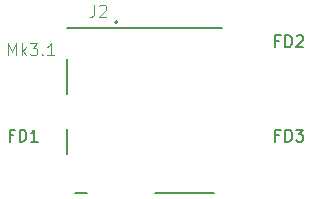
<source format=gbr>
%TF.GenerationSoftware,KiCad,Pcbnew,8.0.8*%
%TF.CreationDate,2025-11-27T10:04:54+01:00*%
%TF.ProjectId,CartridgeMk3.1,43617274-7269-4646-9765-4d6b332e312e,rev?*%
%TF.SameCoordinates,Original*%
%TF.FileFunction,Legend,Top*%
%TF.FilePolarity,Positive*%
%FSLAX46Y46*%
G04 Gerber Fmt 4.6, Leading zero omitted, Abs format (unit mm)*
G04 Created by KiCad (PCBNEW 8.0.8) date 2025-11-27 10:04:54*
%MOMM*%
%LPD*%
G01*
G04 APERTURE LIST*
%ADD10C,0.100000*%
%ADD11C,0.150000*%
%ADD12C,0.127000*%
%ADD13C,0.200000*%
G04 APERTURE END LIST*
D10*
X165703884Y-52922419D02*
X165703884Y-51922419D01*
X165703884Y-51922419D02*
X166037217Y-52636704D01*
X166037217Y-52636704D02*
X166370550Y-51922419D01*
X166370550Y-51922419D02*
X166370550Y-52922419D01*
X166846741Y-52922419D02*
X166846741Y-51922419D01*
X166941979Y-52541466D02*
X167227693Y-52922419D01*
X167227693Y-52255752D02*
X166846741Y-52636704D01*
X167561027Y-51922419D02*
X168180074Y-51922419D01*
X168180074Y-51922419D02*
X167846741Y-52303371D01*
X167846741Y-52303371D02*
X167989598Y-52303371D01*
X167989598Y-52303371D02*
X168084836Y-52350990D01*
X168084836Y-52350990D02*
X168132455Y-52398609D01*
X168132455Y-52398609D02*
X168180074Y-52493847D01*
X168180074Y-52493847D02*
X168180074Y-52731942D01*
X168180074Y-52731942D02*
X168132455Y-52827180D01*
X168132455Y-52827180D02*
X168084836Y-52874800D01*
X168084836Y-52874800D02*
X167989598Y-52922419D01*
X167989598Y-52922419D02*
X167703884Y-52922419D01*
X167703884Y-52922419D02*
X167608646Y-52874800D01*
X167608646Y-52874800D02*
X167561027Y-52827180D01*
X168608646Y-52827180D02*
X168656265Y-52874800D01*
X168656265Y-52874800D02*
X168608646Y-52922419D01*
X168608646Y-52922419D02*
X168561027Y-52874800D01*
X168561027Y-52874800D02*
X168608646Y-52827180D01*
X168608646Y-52827180D02*
X168608646Y-52922419D01*
X169608645Y-52922419D02*
X169037217Y-52922419D01*
X169322931Y-52922419D02*
X169322931Y-51922419D01*
X169322931Y-51922419D02*
X169227693Y-52065276D01*
X169227693Y-52065276D02*
X169132455Y-52160514D01*
X169132455Y-52160514D02*
X169037217Y-52208133D01*
D11*
X166166666Y-59716509D02*
X165833333Y-59716509D01*
X165833333Y-60240319D02*
X165833333Y-59240319D01*
X165833333Y-59240319D02*
X166309523Y-59240319D01*
X166690476Y-60240319D02*
X166690476Y-59240319D01*
X166690476Y-59240319D02*
X166928571Y-59240319D01*
X166928571Y-59240319D02*
X167071428Y-59287938D01*
X167071428Y-59287938D02*
X167166666Y-59383176D01*
X167166666Y-59383176D02*
X167214285Y-59478414D01*
X167214285Y-59478414D02*
X167261904Y-59668890D01*
X167261904Y-59668890D02*
X167261904Y-59811747D01*
X167261904Y-59811747D02*
X167214285Y-60002223D01*
X167214285Y-60002223D02*
X167166666Y-60097461D01*
X167166666Y-60097461D02*
X167071428Y-60192700D01*
X167071428Y-60192700D02*
X166928571Y-60240319D01*
X166928571Y-60240319D02*
X166690476Y-60240319D01*
X168214285Y-60240319D02*
X167642857Y-60240319D01*
X167928571Y-60240319D02*
X167928571Y-59240319D01*
X167928571Y-59240319D02*
X167833333Y-59383176D01*
X167833333Y-59383176D02*
X167738095Y-59478414D01*
X167738095Y-59478414D02*
X167642857Y-59526033D01*
X188666666Y-51716509D02*
X188333333Y-51716509D01*
X188333333Y-52240319D02*
X188333333Y-51240319D01*
X188333333Y-51240319D02*
X188809523Y-51240319D01*
X189190476Y-52240319D02*
X189190476Y-51240319D01*
X189190476Y-51240319D02*
X189428571Y-51240319D01*
X189428571Y-51240319D02*
X189571428Y-51287938D01*
X189571428Y-51287938D02*
X189666666Y-51383176D01*
X189666666Y-51383176D02*
X189714285Y-51478414D01*
X189714285Y-51478414D02*
X189761904Y-51668890D01*
X189761904Y-51668890D02*
X189761904Y-51811747D01*
X189761904Y-51811747D02*
X189714285Y-52002223D01*
X189714285Y-52002223D02*
X189666666Y-52097461D01*
X189666666Y-52097461D02*
X189571428Y-52192700D01*
X189571428Y-52192700D02*
X189428571Y-52240319D01*
X189428571Y-52240319D02*
X189190476Y-52240319D01*
X190142857Y-51335557D02*
X190190476Y-51287938D01*
X190190476Y-51287938D02*
X190285714Y-51240319D01*
X190285714Y-51240319D02*
X190523809Y-51240319D01*
X190523809Y-51240319D02*
X190619047Y-51287938D01*
X190619047Y-51287938D02*
X190666666Y-51335557D01*
X190666666Y-51335557D02*
X190714285Y-51430795D01*
X190714285Y-51430795D02*
X190714285Y-51526033D01*
X190714285Y-51526033D02*
X190666666Y-51668890D01*
X190666666Y-51668890D02*
X190095238Y-52240319D01*
X190095238Y-52240319D02*
X190714285Y-52240319D01*
X188666666Y-59716509D02*
X188333333Y-59716509D01*
X188333333Y-60240319D02*
X188333333Y-59240319D01*
X188333333Y-59240319D02*
X188809523Y-59240319D01*
X189190476Y-60240319D02*
X189190476Y-59240319D01*
X189190476Y-59240319D02*
X189428571Y-59240319D01*
X189428571Y-59240319D02*
X189571428Y-59287938D01*
X189571428Y-59287938D02*
X189666666Y-59383176D01*
X189666666Y-59383176D02*
X189714285Y-59478414D01*
X189714285Y-59478414D02*
X189761904Y-59668890D01*
X189761904Y-59668890D02*
X189761904Y-59811747D01*
X189761904Y-59811747D02*
X189714285Y-60002223D01*
X189714285Y-60002223D02*
X189666666Y-60097461D01*
X189666666Y-60097461D02*
X189571428Y-60192700D01*
X189571428Y-60192700D02*
X189428571Y-60240319D01*
X189428571Y-60240319D02*
X189190476Y-60240319D01*
X190095238Y-59240319D02*
X190714285Y-59240319D01*
X190714285Y-59240319D02*
X190380952Y-59621271D01*
X190380952Y-59621271D02*
X190523809Y-59621271D01*
X190523809Y-59621271D02*
X190619047Y-59668890D01*
X190619047Y-59668890D02*
X190666666Y-59716509D01*
X190666666Y-59716509D02*
X190714285Y-59811747D01*
X190714285Y-59811747D02*
X190714285Y-60049842D01*
X190714285Y-60049842D02*
X190666666Y-60145080D01*
X190666666Y-60145080D02*
X190619047Y-60192700D01*
X190619047Y-60192700D02*
X190523809Y-60240319D01*
X190523809Y-60240319D02*
X190238095Y-60240319D01*
X190238095Y-60240319D02*
X190142857Y-60192700D01*
X190142857Y-60192700D02*
X190095238Y-60145080D01*
D10*
X173018773Y-48651306D02*
X173018773Y-49366081D01*
X173018773Y-49366081D02*
X172971121Y-49509036D01*
X172971121Y-49509036D02*
X172875818Y-49604340D01*
X172875818Y-49604340D02*
X172732863Y-49651991D01*
X172732863Y-49651991D02*
X172637560Y-49651991D01*
X173447638Y-48746610D02*
X173495290Y-48698958D01*
X173495290Y-48698958D02*
X173590593Y-48651306D01*
X173590593Y-48651306D02*
X173828852Y-48651306D01*
X173828852Y-48651306D02*
X173924155Y-48698958D01*
X173924155Y-48698958D02*
X173971807Y-48746610D01*
X173971807Y-48746610D02*
X174019458Y-48841913D01*
X174019458Y-48841913D02*
X174019458Y-48937216D01*
X174019458Y-48937216D02*
X173971807Y-49080171D01*
X173971807Y-49080171D02*
X173399987Y-49651991D01*
X173399987Y-49651991D02*
X174019458Y-49651991D01*
D12*
%TO.C,J2*%
X170710000Y-50585000D02*
X183810000Y-50585000D01*
X170710000Y-53285000D02*
X170710000Y-56185000D01*
X170710000Y-59185000D02*
X170710000Y-61285000D01*
X171384000Y-64635000D02*
X172386000Y-64635000D01*
X178134000Y-64635000D02*
X183136000Y-64635000D01*
D13*
X174980000Y-50135000D02*
G75*
G02*
X174780000Y-50135000I-100000J0D01*
G01*
X174780000Y-50135000D02*
G75*
G02*
X174980000Y-50135000I100000J0D01*
G01*
%TD*%
M02*

</source>
